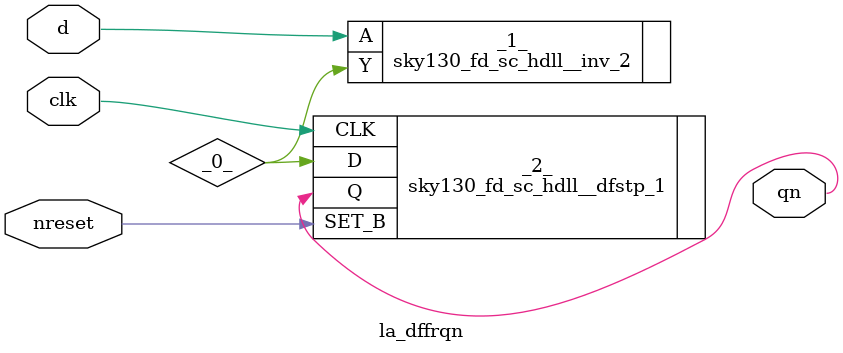
<source format=v>

/* Generated by Yosys 0.44 (git sha1 80ba43d26, g++ 11.4.0-1ubuntu1~22.04 -fPIC -O3) */

(* top =  1  *)
(* src = "generated" *)
module la_dffrqn (
    d,
    clk,
    nreset,
    qn
);
  (* src = "generated" *)
  wire _0_;
  (* src = "generated" *)
  input clk;
  wire clk;
  (* src = "generated" *)
  input d;
  wire d;
  (* src = "generated" *)
  input nreset;
  wire nreset;
  (* src = "generated" *)
  output qn;
  wire qn;
  sky130_fd_sc_hdll__inv_2 _1_ (
      .A(d),
      .Y(_0_)
  );
  (* src = "generated" *)
  sky130_fd_sc_hdll__dfstp_1 _2_ (
      .CLK(clk),
      .D(_0_),
      .Q(qn),
      .SET_B(nreset)
  );
endmodule

</source>
